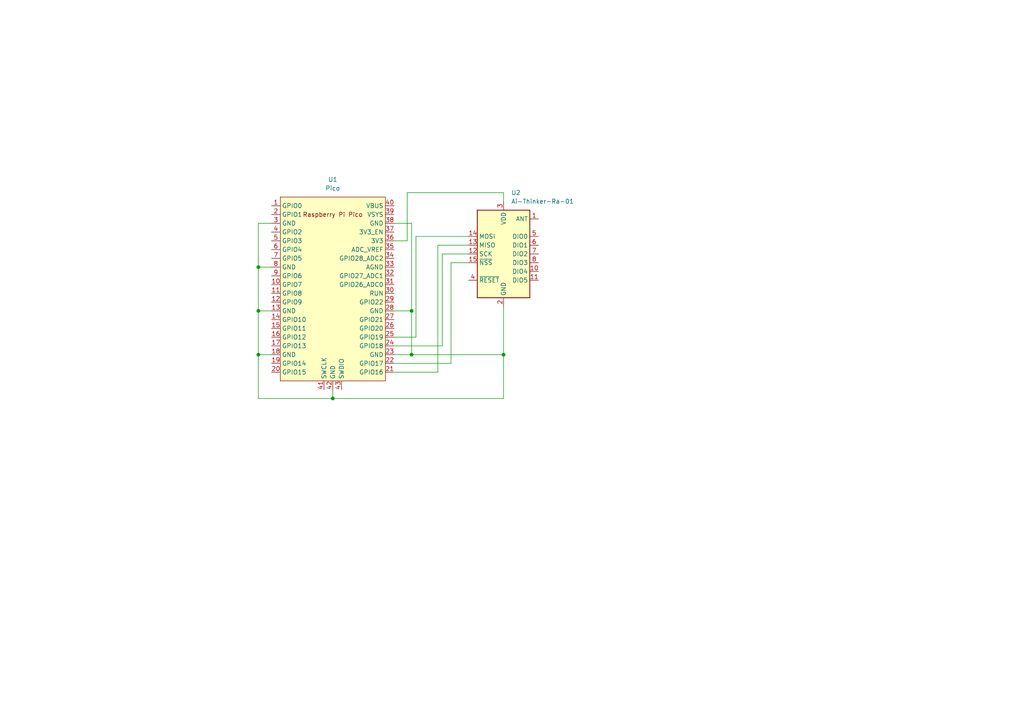
<source format=kicad_sch>
(kicad_sch (version 20231120) (generator "eeschema") (generator_version "8.0")
  (paper "A4")
  (lib_symbols
    (symbol "RF_Module:Ai-Thinker-Ra-01"
      (property "Reference" "U" (at 2.54 17.78 0))
      (property "Value" "Ai-Thinker-Ra-01" (at 13.97 -15.24 0))
      (symbol "Ai-Thinker-Ra-01_0_1"
        (rectangle (start -7.62 12.7) (end 7.62 -12.7) (stroke (width 0.254)) (fill (type background)))
      )
      (symbol "Ai-Thinker-Ra-01_1_1"
        (pin passive line (at 10.16 10.16 180) (length 2.54) (name "ANT") (number "1"))
        (pin bidirectional line (at 10.16 -5.08 180) (length 2.54) (name "DIO4") (number "10"))
        (pin bidirectional line (at 10.16 -7.62 180) (length 2.54) (name "DIO5") (number "11"))
        (pin input line (at -10.16 0 0) (length 2.54) (name "SCK") (number "12"))
        (pin output line (at -10.16 2.54 0) (length 2.54) (name "MISO") (number "13"))
        (pin input line (at -10.16 5.08 0) (length 2.54) (name "MOSI") (number "14"))
        (pin input line (at -10.16 -2.54 0) (length 2.54) (name "~{NSS}") (number "15"))
        (pin passive line (at 0 -15.24 90) (length 2.54) hide (name "GND") (number "16"))
        (pin power_in line (at 0 -15.24 90) (length 2.54) (name "GND") (number "2"))
        (pin power_in line (at 0 15.24 270) (length 2.54) (name "VDD") (number "3"))
        (pin input line (at -10.16 -7.62 0) (length 2.54) (name "~{RESET}") (number "4"))
        (pin bidirectional line (at 10.16 5.08 180) (length 2.54) (name "DIO0") (number "5"))
        (pin bidirectional line (at 10.16 2.54 180) (length 2.54) (name "DIO1") (number "6"))
        (pin bidirectional line (at 10.16 0 180) (length 2.54) (name "DIO2") (number "7"))
        (pin bidirectional line (at 10.16 -2.54 180) (length 2.54) (name "DIO3") (number "8"))
        (pin passive line (at 0 -15.24 90) (length 2.54) hide (name "GND") (number "9"))
      )
    )
    (symbol "Test_library:Pico"
      (property "Reference" "U" (at -13.97 27.94 0))
      (property "Value" "Pico" (at 0 19.05 0))
      (symbol "Pico_0_0"
        (text "Raspberry Pi Pico" (at 0 21.59 0) (effects (font (size 1.27 1.27))))
      )
      (symbol "Pico_0_1"
        (rectangle (start -15.24 26.67) (end 15.24 -26.67) (fill (type background)))
      )
      (symbol "Pico_1_1"
        (pin bidirectional line (at -17.78 24.13 0) (length 2.54) (name "GPIO0") (number "1"))
        (pin bidirectional line (at -17.78 1.27 0) (length 2.54) (name "GPIO7") (number "10"))
        (pin bidirectional line (at -17.78 -1.27 0) (length 2.54) (name "GPIO8") (number "11"))
        (pin bidirectional line (at -17.78 -3.81 0) (length 2.54) (name "GPIO9") (number "12"))
        (pin power_in line (at -17.78 -6.35 0) (length 2.54) (name "GND") (number "13"))
        (pin bidirectional line (at -17.78 -8.89 0) (length 2.54) (name "GPIO10") (number "14"))
        (pin bidirectional line (at -17.78 -11.43 0) (length 2.54) (name "GPIO11") (number "15"))
        (pin bidirectional line (at -17.78 -13.97 0) (length 2.54) (name "GPIO12") (number "16"))
        (pin bidirectional line (at -17.78 -16.51 0) (length 2.54) (name "GPIO13") (number "17"))
        (pin power_in line (at -17.78 -19.05 0) (length 2.54) (name "GND") (number "18"))
        (pin bidirectional line (at -17.78 -21.59 0) (length 2.54) (name "GPIO14") (number "19"))
        (pin bidirectional line (at -17.78 21.59 0) (length 2.54) (name "GPIO1") (number "2"))
        (pin bidirectional line (at -17.78 -24.13 0) (length 2.54) (name "GPIO15") (number "20"))
        (pin bidirectional line (at 17.78 -24.13 180) (length 2.54) (name "GPIO16") (number "21"))
        (pin bidirectional line (at 17.78 -21.59 180) (length 2.54) (name "GPIO17") (number "22"))
        (pin power_in line (at 17.78 -19.05 180) (length 2.54) (name "GND") (number "23"))
        (pin bidirectional line (at 17.78 -16.51 180) (length 2.54) (name "GPIO18") (number "24"))
        (pin bidirectional line (at 17.78 -13.97 180) (length 2.54) (name "GPIO19") (number "25"))
        (pin bidirectional line (at 17.78 -11.43 180) (length 2.54) (name "GPIO20") (number "26"))
        (pin bidirectional line (at 17.78 -8.89 180) (length 2.54) (name "GPIO21") (number "27"))
        (pin power_in line (at 17.78 -6.35 180) (length 2.54) (name "GND") (number "28"))
        (pin bidirectional line (at 17.78 -3.81 180) (length 2.54) (name "GPIO22") (number "29"))
        (pin power_in line (at -17.78 19.05 0) (length 2.54) (name "GND") (number "3"))
        (pin input line (at 17.78 -1.27 180) (length 2.54) (name "RUN") (number "30"))
        (pin bidirectional line (at 17.78 1.27 180) (length 2.54) (name "GPIO26_ADC0") (number "31"))
        (pin bidirectional line (at 17.78 3.81 180) (length 2.54) (name "GPIO27_ADC1") (number "32"))
        (pin power_in line (at 17.78 6.35 180) (length 2.54) (name "AGND") (number "33"))
        (pin bidirectional line (at 17.78 8.89 180) (length 2.54) (name "GPIO28_ADC2") (number "34"))
        (pin power_in line (at 17.78 11.43 180) (length 2.54) (name "ADC_VREF") (number "35"))
        (pin power_in line (at 17.78 13.97 180) (length 2.54) (name "3V3") (number "36"))
        (pin input line (at 17.78 16.51 180) (length 2.54) (name "3V3_EN") (number "37"))
        (pin bidirectional line (at 17.78 19.05 180) (length 2.54) (name "GND") (number "38"))
        (pin power_in line (at 17.78 21.59 180) (length 2.54) (name "VSYS") (number "39"))
        (pin bidirectional line (at -17.78 16.51 0) (length 2.54) (name "GPIO2") (number "4"))
        (pin power_in line (at 17.78 24.13 180) (length 2.54) (name "VBUS") (number "40"))
        (pin input line (at -2.54 -29.21 90) (length 2.54) (name "SWCLK") (number "41"))
        (pin power_in line (at 0 -29.21 90) (length 2.54) (name "GND") (number "42"))
        (pin bidirectional line (at 2.54 -29.21 90) (length 2.54) (name "SWDIO") (number "43"))
        (pin bidirectional line (at -17.78 13.97 0) (length 2.54) (name "GPIO3") (number "5"))
        (pin bidirectional line (at -17.78 11.43 0) (length 2.54) (name "GPIO4") (number "6"))
        (pin bidirectional line (at -17.78 8.89 0) (length 2.54) (name "GPIO5") (number "7"))
        (pin power_in line (at -17.78 6.35 0) (length 2.54) (name "GND") (number "8"))
        (pin bidirectional line (at -17.78 3.81 0) (length 2.54) (name "GPIO6") (number "9"))
      )
    )
  )
  (junction (at 119.38 90.17))
  (junction (at 119.38 102.87))
  (junction (at 96.52 115.57))
  (junction (at 146.05 102.87))
  (junction (at 74.93 77.47))
  (junction (at 74.93 90.17))
  (junction (at 74.93 102.87))
  (wire (pts (xy 74.93 77.47) (xy 74.93 90.17)))
  (wire (pts (xy 119.38 64.77) (xy 119.38 90.17)))
  (wire (pts (xy 135.89 71.12) (xy 127 71.12)))
  (wire (pts (xy 135.89 68.58) (xy 120.65 68.58)))
  (wire (pts (xy 114.3 64.77) (xy 119.38 64.77)))
  (wire (pts (xy 119.38 90.17) (xy 119.38 102.87)))
  (wire (pts (xy 146.05 55.88) (xy 118.11 55.88)))
  (wire (pts (xy 74.93 115.57) (xy 96.52 115.57)))
  (wire (pts (xy 135.89 73.66) (xy 128.27 73.66)))
  (wire (pts (xy 118.11 55.88) (xy 118.11 69.85)))
  (wire (pts (xy 127 71.12) (xy 127 107.95)))
  (wire (pts (xy 135.89 76.2) (xy 130.81 76.2)))
  (wire (pts (xy 96.52 115.57) (xy 146.05 115.57)))
  (wire (pts (xy 146.05 88.9) (xy 146.05 102.87)))
  (wire (pts (xy 130.81 76.2) (xy 130.81 105.41)))
  (wire (pts (xy 146.05 102.87) (xy 119.38 102.87)))
  (wire (pts (xy 146.05 115.57) (xy 146.05 102.87)))
  (wire (pts (xy 127 107.95) (xy 114.3 107.95)))
  (wire (pts (xy 146.05 55.88) (xy 146.05 58.42)))
  (wire (pts (xy 128.27 100.33) (xy 114.3 100.33)))
  (wire (pts (xy 120.65 97.79) (xy 114.3 97.79)))
  (wire (pts (xy 74.93 77.47) (xy 78.74 77.47)))
  (wire (pts (xy 119.38 102.87) (xy 114.3 102.87)))
  (wire (pts (xy 118.11 69.85) (xy 114.3 69.85)))
  (wire (pts (xy 74.93 90.17) (xy 78.74 90.17)))
  (wire (pts (xy 96.52 115.57) (xy 96.52 113.03)))
  (wire (pts (xy 119.38 90.17) (xy 114.3 90.17)))
  (wire (pts (xy 120.65 68.58) (xy 120.65 97.79)))
  (wire (pts (xy 74.93 102.87) (xy 74.93 115.57)))
  (wire (pts (xy 74.93 90.17) (xy 74.93 102.87)))
  (wire (pts (xy 128.27 73.66) (xy 128.27 100.33)))
  (wire (pts (xy 130.81 105.41) (xy 114.3 105.41)))
  (wire (pts (xy 78.74 64.77) (xy 74.93 64.77)))
  (wire (pts (xy 74.93 102.87) (xy 78.74 102.87)))
  (wire (pts (xy 74.93 64.77) (xy 74.93 77.47)))
  (symbol (lib_id "Test_library:Pico") (at 96.52 83.82 0) (unit 1)
    (property "Reference" "U1" (at 96.52 52.07 0))
    (property "Value" "Pico" (at 96.52 54.61 0))
    (property "Footprint" "Leo_Ground_Library:RPi_Pico" (effects (hide yes)))
  )
  (symbol (lib_id "RF_Module:Ai-Thinker-Ra-01") (at 146.05 73.66 0) (unit 1)
    (property "Reference" "U2" (at 148.2441 55.88 0) (effects (justify left)))
    (property "Value" "Ai-Thinker-Ra-01" (at 148.2441 58.42 0) (effects (justify left)))
    (property "Footprint" "RF_Module:Ai-Thinker-Ra-01-LoRa" (effects (hide yes)))
    (property "Datasheet" "http://wiki.ai-thinker.com/_media/lora/docs/c047ps01a1_ra-01_product_specification_v1.1.pdf" (effects (hide yes)))
    (property "Description" "Ai-Thinker Ra-01 410-525 MHz LoRa Module, SPI interface, external antenna" (effects (hide yes)))
  )
)
</source>
